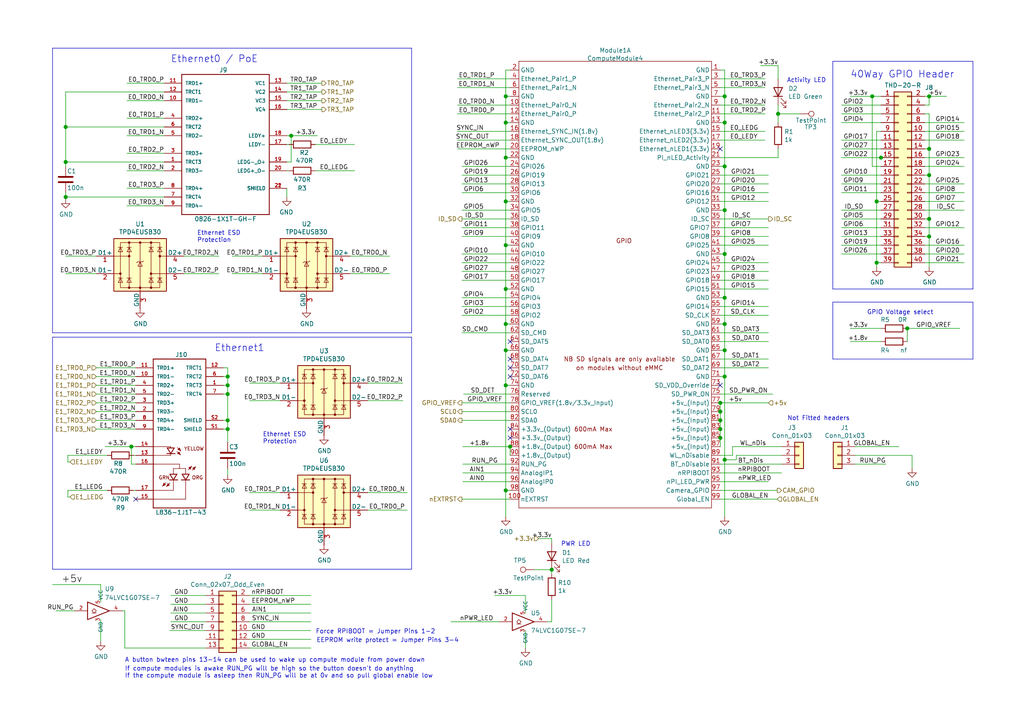
<source format=kicad_sch>
(kicad_sch (version 20201015) (generator eeschema)
  (page 1 10)
  (paper "A4")
  (title_block (title "AP2100v5") (date "2020-10-27") (rev "1") (company "(c) ISis ImageStream Internet Solutions 2020") (comment 1 "www.imagestream.com"))
  (junction (at 19.05 36.83) (diameter 1.016))
  (junction (at 19.05 46.99) (diameter 1.016))
  (junction (at 19.05 57.15) (diameter 1.016))
  (junction (at 38.1 129.54) (diameter 1.016))
  (junction (at 66.04 109.22) (diameter 1.016))
  (junction (at 66.04 111.76) (diameter 1.016))
  (junction (at 66.04 114.3) (diameter 1.016))
  (junction (at 66.04 121.92) (diameter 1.016))
  (junction (at 66.04 124.46) (diameter 1.016))
  (junction (at 84.455 39.37) (diameter 1.016))
  (junction (at 146.685 27.94) (diameter 1.016))
  (junction (at 146.685 35.56) (diameter 1.016))
  (junction (at 146.685 45.72) (diameter 1.016))
  (junction (at 146.685 58.42) (diameter 1.016))
  (junction (at 146.685 71.12) (diameter 1.016))
  (junction (at 146.685 83.82) (diameter 1.016))
  (junction (at 146.685 93.98) (diameter 1.016))
  (junction (at 146.685 101.6) (diameter 1.016))
  (junction (at 146.685 111.76) (diameter 1.016))
  (junction (at 146.685 142.24) (diameter 1.016))
  (junction (at 147.955 129.54) (diameter 1.016))
  (junction (at 160.02 165.227) (diameter 1.016))
  (junction (at 208.915 116.84) (diameter 1.016))
  (junction (at 208.915 119.38) (diameter 1.016))
  (junction (at 208.915 121.92) (diameter 1.016))
  (junction (at 208.915 124.46) (diameter 1.016))
  (junction (at 208.915 127) (diameter 1.016))
  (junction (at 210.185 27.94) (diameter 1.016))
  (junction (at 210.185 35.56) (diameter 1.016))
  (junction (at 210.185 48.26) (diameter 1.016))
  (junction (at 210.185 60.96) (diameter 1.016))
  (junction (at 210.185 73.66) (diameter 1.016))
  (junction (at 210.185 86.36) (diameter 1.016))
  (junction (at 210.185 93.98) (diameter 1.016))
  (junction (at 210.185 101.6) (diameter 1.016))
  (junction (at 210.185 109.22) (diameter 1.016))
  (junction (at 210.185 133.35) (diameter 1.016))
  (junction (at 225.679 33.02) (diameter 1.016))
  (junction (at 252.984 27.94) (diameter 1.016))
  (junction (at 254.254 58.42) (diameter 1.016))
  (junction (at 254.254 76.2) (diameter 1.016))
  (junction (at 255.524 45.72) (diameter 1.016))
  (junction (at 263.144 95.25) (diameter 1.016))
  (junction (at 269.494 27.94) (diameter 1.016))
  (junction (at 269.494 43.18) (diameter 1.016))
  (junction (at 269.494 50.8) (diameter 1.016))
  (junction (at 269.494 63.5) (diameter 1.016))
  (junction (at 269.494 68.58) (diameter 1.016))
  (no_connect (at 208.915 111.76))
  (no_connect (at 147.955 124.46))
  (no_connect (at 147.955 127))
  (no_connect (at 208.915 43.18))
  (no_connect (at 147.955 106.68))
  (no_connect (at 39.37 144.78))
  (no_connect (at 147.955 99.06))
  (no_connect (at 147.955 109.22))
  (no_connect (at 147.955 104.14))
  (wire (pts (xy 15.24 169.545) (xy 29.21 169.545)))
  (wire (pts (xy 16.256 177.165) (xy 21.59 177.165)))
  (wire (pts (xy 19.05 26.67) (xy 19.05 36.83)))
  (wire (pts (xy 19.05 26.67) (xy 47.625 26.67)))
  (wire (pts (xy 19.05 36.83) (xy 19.05 46.99)))
  (wire (pts (xy 19.05 36.83) (xy 47.625 36.83)))
  (wire (pts (xy 19.05 46.99) (xy 19.05 48.26)))
  (wire (pts (xy 19.05 46.99) (xy 47.625 46.99)))
  (wire (pts (xy 19.05 55.88) (xy 19.05 57.15)))
  (wire (pts (xy 19.05 57.15) (xy 19.05 57.785)))
  (wire (pts (xy 19.05 57.15) (xy 47.625 57.15)))
  (wire (pts (xy 19.05 74.295) (xy 27.94 74.295)))
  (wire (pts (xy 19.05 79.375) (xy 27.94 79.375)))
  (wire (pts (xy 19.685 132.08) (xy 31.115 132.08)))
  (wire (pts (xy 19.685 133.985) (xy 19.685 132.08)))
  (wire (pts (xy 19.685 142.24) (xy 31.115 142.24)))
  (wire (pts (xy 19.685 144.145) (xy 19.685 142.24)))
  (wire (pts (xy 20.32 133.985) (xy 19.685 133.985)))
  (wire (pts (xy 20.32 144.145) (xy 19.685 144.145)))
  (wire (pts (xy 27.94 106.68) (xy 39.37 106.68)))
  (wire (pts (xy 27.94 109.22) (xy 39.37 109.22)))
  (wire (pts (xy 27.94 111.76) (xy 39.37 111.76)))
  (wire (pts (xy 27.94 114.3) (xy 39.37 114.3)))
  (wire (pts (xy 27.94 116.84) (xy 39.37 116.84)))
  (wire (pts (xy 27.94 119.38) (xy 39.37 119.38)))
  (wire (pts (xy 27.94 121.92) (xy 39.37 121.92)))
  (wire (pts (xy 27.94 124.46) (xy 39.37 124.46)))
  (wire (pts (xy 29.21 169.545) (xy 29.21 174.625)))
  (wire (pts (xy 29.21 179.705) (xy 29.21 186.055)))
  (wire (pts (xy 30.48 129.54) (xy 38.1 129.54)))
  (wire (pts (xy 35.56 177.165) (xy 36.195 177.165)))
  (wire (pts (xy 36.195 177.165) (xy 36.195 187.96)))
  (wire (pts (xy 36.195 187.96) (xy 59.69 187.96)))
  (wire (pts (xy 36.83 24.13) (xy 47.625 24.13)))
  (wire (pts (xy 36.83 29.21) (xy 47.625 29.21)))
  (wire (pts (xy 36.83 34.29) (xy 47.625 34.29)))
  (wire (pts (xy 36.83 39.37) (xy 47.625 39.37)))
  (wire (pts (xy 36.83 44.45) (xy 47.625 44.45)))
  (wire (pts (xy 36.83 49.53) (xy 47.625 49.53)))
  (wire (pts (xy 36.83 54.61) (xy 47.625 54.61)))
  (wire (pts (xy 36.83 59.69) (xy 47.625 59.69)))
  (wire (pts (xy 38.1 129.54) (xy 39.37 129.54)))
  (wire (pts (xy 38.1 134.62) (xy 38.1 129.54)))
  (wire (pts (xy 38.735 132.08) (xy 39.37 132.08)))
  (wire (pts (xy 38.735 142.24) (xy 39.37 142.24)))
  (wire (pts (xy 39.37 134.62) (xy 38.1 134.62)))
  (wire (pts (xy 49.276 182.88) (xy 59.69 182.88)))
  (wire (pts (xy 49.53 172.72) (xy 59.69 172.72)))
  (wire (pts (xy 49.53 175.26) (xy 59.69 175.26)))
  (wire (pts (xy 49.53 177.8) (xy 59.69 177.8)))
  (wire (pts (xy 49.53 180.34) (xy 59.69 180.34)))
  (wire (pts (xy 53.34 74.295) (xy 63.5 74.295)))
  (wire (pts (xy 53.34 79.375) (xy 63.5 79.375)))
  (wire (pts (xy 64.77 106.68) (xy 66.04 106.68)))
  (wire (pts (xy 64.77 109.22) (xy 66.04 109.22)))
  (wire (pts (xy 64.77 111.76) (xy 66.04 111.76)))
  (wire (pts (xy 64.77 114.3) (xy 66.04 114.3)))
  (wire (pts (xy 64.77 121.92) (xy 66.04 121.92)))
  (wire (pts (xy 64.77 124.46) (xy 66.04 124.46)))
  (wire (pts (xy 66.04 106.68) (xy 66.04 109.22)))
  (wire (pts (xy 66.04 109.22) (xy 66.04 111.76)))
  (wire (pts (xy 66.04 111.76) (xy 66.04 114.3)))
  (wire (pts (xy 66.04 114.3) (xy 66.04 121.92)))
  (wire (pts (xy 66.04 121.92) (xy 66.04 124.46)))
  (wire (pts (xy 66.04 124.46) (xy 66.04 128.27)))
  (wire (pts (xy 66.04 135.89) (xy 66.04 137.795)))
  (wire (pts (xy 67.31 74.295) (xy 76.2 74.295)))
  (wire (pts (xy 72.39 111.125) (xy 81.28 111.125)))
  (wire (pts (xy 72.39 116.205) (xy 81.28 116.205)))
  (wire (pts (xy 72.39 142.875) (xy 81.28 142.875)))
  (wire (pts (xy 72.39 172.72) (xy 90.17 172.72)))
  (wire (pts (xy 72.39 175.26) (xy 90.17 175.26)))
  (wire (pts (xy 72.39 177.8) (xy 90.17 177.8)))
  (wire (pts (xy 72.39 180.34) (xy 90.17 180.34)))
  (wire (pts (xy 72.39 182.88) (xy 90.17 182.88)))
  (wire (pts (xy 72.39 185.42) (xy 90.17 185.42)))
  (wire (pts (xy 72.39 187.96) (xy 90.17 187.96)))
  (wire (pts (xy 76.2 79.375) (xy 67.31 79.375)))
  (wire (pts (xy 81.28 147.955) (xy 72.39 147.955)))
  (wire (pts (xy 83.185 24.13) (xy 93.345 24.13)))
  (wire (pts (xy 83.185 26.67) (xy 93.345 26.67)))
  (wire (pts (xy 83.185 29.21) (xy 93.345 29.21)))
  (wire (pts (xy 83.185 31.75) (xy 93.345 31.75)))
  (wire (pts (xy 83.185 46.99) (xy 84.455 46.99)))
  (wire (pts (xy 83.185 54.61) (xy 83.185 57.15)))
  (wire (pts (xy 83.82 41.91) (xy 83.185 41.91)))
  (wire (pts (xy 83.82 49.53) (xy 83.185 49.53)))
  (wire (pts (xy 84.455 39.37) (xy 83.185 39.37)))
  (wire (pts (xy 84.455 46.99) (xy 84.455 39.37)))
  (wire (pts (xy 92.075 39.37) (xy 84.455 39.37)))
  (wire (pts (xy 101.6 74.295) (xy 113.03 74.295)))
  (wire (pts (xy 101.6 79.375) (xy 113.03 79.375)))
  (wire (pts (xy 102.87 41.91) (xy 91.44 41.91)))
  (wire (pts (xy 102.87 49.53) (xy 91.44 49.53)))
  (wire (pts (xy 106.68 111.125) (xy 116.84 111.125)))
  (wire (pts (xy 106.68 116.205) (xy 116.84 116.205)))
  (wire (pts (xy 106.68 142.875) (xy 118.11 142.875)))
  (wire (pts (xy 106.68 147.955) (xy 118.11 147.955)))
  (wire (pts (xy 130.81 180.34) (xy 144.78 180.34)))
  (wire (pts (xy 132.715 22.86) (xy 147.955 22.86)))
  (wire (pts (xy 132.715 25.4) (xy 147.955 25.4)))
  (wire (pts (xy 132.715 30.48) (xy 147.955 30.48)))
  (wire (pts (xy 132.715 33.02) (xy 147.955 33.02)))
  (wire (pts (xy 132.715 38.1) (xy 147.955 38.1)))
  (wire (pts (xy 132.715 40.64) (xy 147.955 40.64)))
  (wire (pts (xy 132.715 43.18) (xy 147.955 43.18)))
  (wire (pts (xy 133.985 48.26) (xy 147.955 48.26)))
  (wire (pts (xy 133.985 50.8) (xy 147.955 50.8)))
  (wire (pts (xy 133.985 53.34) (xy 147.955 53.34)))
  (wire (pts (xy 133.985 55.88) (xy 147.955 55.88)))
  (wire (pts (xy 133.985 60.96) (xy 147.955 60.96)))
  (wire (pts (xy 133.985 63.5) (xy 147.955 63.5)))
  (wire (pts (xy 133.985 66.04) (xy 147.955 66.04)))
  (wire (pts (xy 133.985 68.58) (xy 147.955 68.58)))
  (wire (pts (xy 133.985 73.66) (xy 147.955 73.66)))
  (wire (pts (xy 133.985 76.2) (xy 147.955 76.2)))
  (wire (pts (xy 133.985 78.74) (xy 147.955 78.74)))
  (wire (pts (xy 133.985 81.28) (xy 147.955 81.28)))
  (wire (pts (xy 133.985 86.36) (xy 147.955 86.36)))
  (wire (pts (xy 133.985 88.9) (xy 147.955 88.9)))
  (wire (pts (xy 133.985 91.44) (xy 147.955 91.44)))
  (wire (pts (xy 133.985 96.52) (xy 147.955 96.52)))
  (wire (pts (xy 133.985 116.84) (xy 147.955 116.84)))
  (wire (pts (xy 133.985 119.38) (xy 147.955 119.38)))
  (wire (pts (xy 133.985 121.92) (xy 147.955 121.92)))
  (wire (pts (xy 133.985 144.78) (xy 147.955 144.78)))
  (wire (pts (xy 134.239 129.54) (xy 147.955 129.54)))
  (wire (pts (xy 134.239 134.62) (xy 147.955 134.62)))
  (wire (pts (xy 134.239 137.16) (xy 147.955 137.16)))
  (wire (pts (xy 134.239 139.7) (xy 147.955 139.7)))
  (wire (pts (xy 134.4422 114.3) (xy 147.955 114.3)))
  (wire (pts (xy 146.685 20.32) (xy 146.685 27.94)))
  (wire (pts (xy 146.685 27.94) (xy 146.685 35.56)))
  (wire (pts (xy 146.685 35.56) (xy 146.685 45.72)))
  (wire (pts (xy 146.685 45.72) (xy 146.685 58.42)))
  (wire (pts (xy 146.685 45.72) (xy 147.955 45.72)))
  (wire (pts (xy 146.685 58.42) (xy 146.685 71.12)))
  (wire (pts (xy 146.685 58.42) (xy 147.955 58.42)))
  (wire (pts (xy 146.685 71.12) (xy 146.685 83.82)))
  (wire (pts (xy 146.685 71.12) (xy 147.955 71.12)))
  (wire (pts (xy 146.685 83.82) (xy 146.685 93.98)))
  (wire (pts (xy 146.685 83.82) (xy 147.955 83.82)))
  (wire (pts (xy 146.685 93.98) (xy 146.685 101.6)))
  (wire (pts (xy 146.685 93.98) (xy 147.955 93.98)))
  (wire (pts (xy 146.685 101.6) (xy 146.685 111.76)))
  (wire (pts (xy 146.685 101.6) (xy 147.955 101.6)))
  (wire (pts (xy 146.685 111.76) (xy 146.685 142.24)))
  (wire (pts (xy 146.685 111.76) (xy 147.955 111.76)))
  (wire (pts (xy 146.685 142.24) (xy 146.685 149.86)))
  (wire (pts (xy 147.955 20.32) (xy 146.685 20.32)))
  (wire (pts (xy 147.955 27.94) (xy 146.685 27.94)))
  (wire (pts (xy 147.955 35.56) (xy 146.685 35.56)))
  (wire (pts (xy 147.955 129.54) (xy 148.209 129.54)))
  (wire (pts (xy 147.955 132.08) (xy 147.955 129.54)))
  (wire (pts (xy 147.955 142.24) (xy 146.685 142.24)))
  (wire (pts (xy 152.4 172.72) (xy 143.51 172.72)))
  (wire (pts (xy 152.4 177.8) (xy 152.4 172.72)))
  (wire (pts (xy 152.4 182.88) (xy 152.4 187.96)))
  (wire (pts (xy 155.0162 165.227) (xy 160.02 165.227)))
  (wire (pts (xy 160.02 156.21) (xy 156.21 156.21)))
  (wire (pts (xy 160.02 157.48) (xy 160.02 156.21)))
  (wire (pts (xy 160.02 165.1) (xy 160.02 165.227)))
  (wire (pts (xy 160.02 165.227) (xy 160.02 166.37)))
  (wire (pts (xy 160.02 173.99) (xy 160.02 180.34)))
  (wire (pts (xy 160.02 180.34) (xy 158.75 180.34)))
  (wire (pts (xy 208.915 20.32) (xy 210.185 20.32)))
  (wire (pts (xy 208.915 22.86) (xy 221.869 22.86)))
  (wire (pts (xy 208.915 25.4) (xy 221.869 25.4)))
  (wire (pts (xy 208.915 27.94) (xy 210.185 27.94)))
  (wire (pts (xy 208.915 30.48) (xy 221.869 30.48)))
  (wire (pts (xy 208.915 33.02) (xy 221.869 33.02)))
  (wire (pts (xy 208.915 35.56) (xy 210.185 35.56)))
  (wire (pts (xy 208.915 38.1) (xy 221.869 38.1)))
  (wire (pts (xy 208.915 40.64) (xy 221.869 40.64)))
  (wire (pts (xy 208.915 45.72) (xy 225.679 45.72)))
  (wire (pts (xy 208.915 48.26) (xy 210.185 48.26)))
  (wire (pts (xy 208.915 50.8) (xy 222.885 50.8)))
  (wire (pts (xy 208.915 53.34) (xy 222.885 53.34)))
  (wire (pts (xy 208.915 55.88) (xy 222.885 55.88)))
  (wire (pts (xy 208.915 58.42) (xy 222.885 58.42)))
  (wire (pts (xy 208.915 60.96) (xy 210.185 60.96)))
  (wire (pts (xy 208.915 63.5) (xy 222.885 63.5)))
  (wire (pts (xy 208.915 66.04) (xy 222.885 66.04)))
  (wire (pts (xy 208.915 68.58) (xy 222.885 68.58)))
  (wire (pts (xy 208.915 71.12) (xy 222.885 71.12)))
  (wire (pts (xy 208.915 73.66) (xy 210.185 73.66)))
  (wire (pts (xy 208.915 76.2) (xy 222.885 76.2)))
  (wire (pts (xy 208.915 78.74) (xy 222.885 78.74)))
  (wire (pts (xy 208.915 81.28) (xy 222.885 81.28)))
  (wire (pts (xy 208.915 83.82) (xy 222.885 83.82)))
  (wire (pts (xy 208.915 86.36) (xy 210.185 86.36)))
  (wire (pts (xy 208.915 88.9) (xy 222.885 88.9)))
  (wire (pts (xy 208.915 93.98) (xy 210.185 93.98)))
  (wire (pts (xy 208.915 99.06) (xy 222.885 99.06)))
  (wire (pts (xy 208.915 101.6) (xy 210.185 101.6)))
  (wire (pts (xy 208.915 106.68) (xy 222.885 106.68)))
  (wire (pts (xy 208.915 109.22) (xy 210.185 109.22)))
  (wire (pts (xy 208.915 114.3) (xy 224.155 114.3)))
  (wire (pts (xy 208.915 116.84) (xy 208.915 119.38)))
  (wire (pts (xy 208.915 116.84) (xy 222.885 116.84)))
  (wire (pts (xy 208.915 119.38) (xy 208.915 121.92)))
  (wire (pts (xy 208.915 121.92) (xy 208.915 124.46)))
  (wire (pts (xy 208.915 124.46) (xy 208.915 127)))
  (wire (pts (xy 208.915 127) (xy 208.915 129.54)))
  (wire (pts (xy 208.915 132.08) (xy 212.471 132.08)))
  (wire (pts (xy 208.915 134.62) (xy 226.695 134.62)))
  (wire (pts (xy 208.915 137.16) (xy 226.695 137.16)))
  (wire (pts (xy 208.915 139.7) (xy 222.885 139.7)))
  (wire (pts (xy 208.915 142.24) (xy 225.425 142.24)))
  (wire (pts (xy 208.915 144.78) (xy 225.425 144.78)))
  (wire (pts (xy 210.185 20.32) (xy 210.185 27.94)))
  (wire (pts (xy 210.185 27.94) (xy 210.185 35.56)))
  (wire (pts (xy 210.185 35.56) (xy 210.185 48.26)))
  (wire (pts (xy 210.185 48.26) (xy 210.185 60.96)))
  (wire (pts (xy 210.185 60.96) (xy 210.185 73.66)))
  (wire (pts (xy 210.185 73.66) (xy 210.185 86.36)))
  (wire (pts (xy 210.185 86.36) (xy 210.185 93.98)))
  (wire (pts (xy 210.185 93.98) (xy 210.185 101.6)))
  (wire (pts (xy 210.185 101.6) (xy 210.185 109.22)))
  (wire (pts (xy 210.185 109.22) (xy 210.185 133.35)))
  (wire (pts (xy 210.185 133.35) (xy 210.185 149.86)))
  (wire (pts (xy 210.185 133.35) (xy 213.5632 133.35)))
  (wire (pts (xy 212.471 129.54) (xy 226.695 129.54)))
  (wire (pts (xy 212.471 132.08) (xy 212.471 129.54)))
  (wire (pts (xy 213.5632 132.08) (xy 226.695 132.08)))
  (wire (pts (xy 213.5632 133.35) (xy 213.5632 132.08)))
  (wire (pts (xy 220.599 19.05) (xy 225.679 19.05)))
  (wire (pts (xy 222.885 91.44) (xy 208.915 91.44)))
  (wire (pts (xy 222.885 96.52) (xy 208.915 96.52)))
  (wire (pts (xy 222.885 104.14) (xy 208.915 104.14)))
  (wire (pts (xy 225.679 22.86) (xy 225.679 19.05)))
  (wire (pts (xy 225.679 33.02) (xy 225.679 30.48)))
  (wire (pts (xy 225.679 35.56) (xy 225.679 33.02)))
  (wire (pts (xy 225.679 45.72) (xy 225.679 43.18)))
  (wire (pts (xy 232.029 33.02) (xy 225.679 33.02)))
  (wire (pts (xy 244.094 30.48) (xy 255.524 30.48)))
  (wire (pts (xy 244.094 33.02) (xy 255.524 33.02)))
  (wire (pts (xy 244.094 35.56) (xy 255.524 35.56)))
  (wire (pts (xy 244.094 40.64) (xy 255.524 40.64)))
  (wire (pts (xy 244.094 43.18) (xy 255.524 43.18)))
  (wire (pts (xy 244.094 45.72) (xy 255.524 45.72)))
  (wire (pts (xy 244.094 50.8) (xy 255.524 50.8)))
  (wire (pts (xy 244.094 53.34) (xy 255.524 53.34)))
  (wire (pts (xy 244.094 55.88) (xy 255.524 55.88)))
  (wire (pts (xy 244.094 60.96) (xy 255.524 60.96)))
  (wire (pts (xy 244.094 63.5) (xy 255.524 63.5)))
  (wire (pts (xy 244.094 66.04) (xy 255.524 66.04)))
  (wire (pts (xy 244.094 68.58) (xy 255.524 68.58)))
  (wire (pts (xy 244.094 71.12) (xy 255.524 71.12)))
  (wire (pts (xy 244.094 73.66) (xy 255.524 73.66)))
  (wire (pts (xy 246.634 27.94) (xy 252.984 27.94)))
  (wire (pts (xy 246.634 95.25) (xy 255.524 95.25)))
  (wire (pts (xy 246.634 99.06) (xy 255.524 99.06)))
  (wire (pts (xy 248.031 129.54) (xy 260.731 129.54)))
  (wire (pts (xy 248.031 132.08) (xy 264.541 132.08)))
  (wire (pts (xy 248.031 134.62) (xy 256.921 134.62)))
  (wire (pts (xy 252.984 27.94) (xy 252.984 48.26)))
  (wire (pts (xy 252.984 48.26) (xy 255.524 48.26)))
  (wire (pts (xy 254.254 38.1) (xy 254.254 58.42)))
  (wire (pts (xy 254.254 58.42) (xy 254.254 76.2)))
  (wire (pts (xy 254.254 58.42) (xy 255.524 58.42)))
  (wire (pts (xy 254.254 76.2) (xy 254.254 77.47)))
  (wire (pts (xy 254.254 76.2) (xy 255.524 76.2)))
  (wire (pts (xy 255.524 27.94) (xy 252.984 27.94)))
  (wire (pts (xy 255.524 38.1) (xy 254.254 38.1)))
  (wire (pts (xy 258.064 45.72) (xy 255.524 45.72)))
  (wire (pts (xy 263.144 95.25) (xy 263.144 99.06)))
  (wire (pts (xy 263.144 95.25) (xy 278.384 95.25)))
  (wire (pts (xy 264.541 132.08) (xy 264.541 135.89)))
  (wire (pts (xy 268.224 27.94) (xy 269.494 27.94)))
  (wire (pts (xy 268.224 30.48) (xy 269.494 30.48)))
  (wire (pts (xy 268.224 33.02) (xy 269.494 33.02)))
  (wire (pts (xy 268.224 35.56) (xy 279.654 35.56)))
  (wire (pts (xy 268.224 38.1) (xy 279.654 38.1)))
  (wire (pts (xy 268.224 40.64) (xy 279.654 40.64)))
  (wire (pts (xy 268.224 45.72) (xy 279.654 45.72)))
  (wire (pts (xy 268.224 48.26) (xy 279.654 48.26)))
  (wire (pts (xy 268.224 53.34) (xy 279.654 53.34)))
  (wire (pts (xy 268.224 55.88) (xy 279.654 55.88)))
  (wire (pts (xy 268.224 58.42) (xy 279.654 58.42)))
  (wire (pts (xy 268.224 60.96) (xy 279.654 60.96)))
  (wire (pts (xy 268.224 63.5) (xy 269.494 63.5)))
  (wire (pts (xy 268.224 66.04) (xy 279.654 66.04)))
  (wire (pts (xy 268.224 68.58) (xy 269.494 68.58)))
  (wire (pts (xy 268.224 71.12) (xy 279.654 71.12)))
  (wire (pts (xy 268.224 73.66) (xy 279.654 73.66)))
  (wire (pts (xy 268.224 76.2) (xy 279.654 76.2)))
  (wire (pts (xy 269.494 27.94) (xy 274.574 27.94)))
  (wire (pts (xy 269.494 30.48) (xy 269.494 27.94)))
  (wire (pts (xy 269.494 33.02) (xy 269.494 43.18)))
  (wire (pts (xy 269.494 43.18) (xy 268.224 43.18)))
  (wire (pts (xy 269.494 43.18) (xy 269.494 50.8)))
  (wire (pts (xy 269.494 50.8) (xy 268.224 50.8)))
  (wire (pts (xy 269.494 63.5) (xy 269.494 50.8)))
  (wire (pts (xy 269.494 68.58) (xy 269.494 63.5)))
  (wire (pts (xy 269.494 68.58) (xy 269.494 77.47)))
  (polyline (pts (xy 15.24 13.97) (xy 119.38 13.97)) (stroke (width 0) (type solid)))
  (polyline (pts (xy 15.24 96.52) (xy 15.24 13.97)) (stroke (width 0) (type solid)))
  (polyline (pts (xy 15.24 97.79) (xy 119.38 97.79)) (stroke (width 0) (type solid)))
  (polyline (pts (xy 15.24 165.1) (xy 15.24 97.79)) (stroke (width 0) (type solid)))
  (polyline (pts (xy 119.38 13.97) (xy 119.38 96.52)) (stroke (width 0) (type solid)))
  (polyline (pts (xy 119.38 96.52) (xy 15.24 96.52)) (stroke (width 0) (type solid)))
  (polyline (pts (xy 119.38 97.79) (xy 119.38 165.1)) (stroke (width 0) (type solid)))
  (polyline (pts (xy 119.38 165.1) (xy 15.24 165.1)) (stroke (width 0) (type solid)))
  (polyline (pts (xy 241.554 17.78) (xy 241.554 83.82)) (stroke (width 0) (type solid)))
  (polyline (pts (xy 241.554 83.82) (xy 282.194 83.82)) (stroke (width 0) (type solid)))
  (polyline (pts (xy 241.554 104.14) (xy 241.554 87.63)) (stroke (width 0) (type solid)))
  (polyline (pts (xy 241.554 104.14) (xy 242.824 104.14)) (stroke (width 0) (type solid)))
  (polyline (pts (xy 242.824 87.63) (xy 241.554 87.63)) (stroke (width 0) (type solid)))
  (polyline (pts (xy 242.824 87.63) (xy 282.194 87.63)) (stroke (width 0) (type solid)))
  (polyline (pts (xy 282.194 17.78) (xy 241.554 17.78)) (stroke (width 0) (type solid)))
  (polyline (pts (xy 282.194 17.78) (xy 282.194 83.82)) (stroke (width 0) (type solid)))
  (polyline (pts (xy 282.194 87.63) (xy 282.194 104.14)) (stroke (width 0) (type solid)))
  (polyline (pts (xy 282.194 104.14) (xy 242.824 104.14)) (stroke (width 0) (type solid)))
  (text "A button bwteen pins 13-14 can be used to wake up compute module from power down	\n\n" (at 36.195 194.31 0) (effects (font (size 1.27 1.27)) (justify left bottom)))
  (text "If compute modules is awake RUN_PG will be high so the button doesn't do anything\nIf the compute module is asleep then RUN_PG will be at 0v and so pull global enable low" (at 36.195 196.85 0) (effects (font (size 1.27 1.27)) (justify left bottom)))
  (text "Ethernet0 / PoE" (at 49.53 18.415 0) (effects (font (size 2.0066 2.0066)) (justify left bottom)))
  (text "Ethernet ESD\nProtection" (at 57.15 70.485 0) (effects (font (size 1.27 1.27)) (justify left bottom)))
  (text "Ethernet1" (at 62.23 102.235 0) (effects (font (size 2.0066 2.0066)) (justify left bottom)))
  (text "Ethernet ESD\nProtection" (at 76.2 128.905 0) (effects (font (size 1.27 1.27)) (justify left bottom)))
  (text "Force RPIBOOT = Jumper Pins 1-2 \n" (at 127.254 184.023 180) (effects (font (size 1.27 1.27)) (justify right bottom)))
  (text "EEPROM write protect = Jumper Pins 3-4\n\n" (at 133.096 188.595 180) (effects (font (size 1.27 1.27)) (justify right bottom)))
  (text "PWR LED" (at 162.687 158.623 0) (effects (font (size 1.27 1.27)) (justify left bottom)))
  (text "Activity LED" (at 228.219 24.13 0) (effects (font (size 1.27 1.27)) (justify left bottom)))
  (text "Not Fitted headers" (at 246.507 122.174 180) (effects (font (size 1.27 1.27)) (justify right bottom)))
  (text "40Way GPIO Header" (at 246.634 22.86 0) (effects (font (size 2.007 2.007)) (justify left bottom)))
  (text "GPIO Voltage select\n" (at 270.764 91.44 180) (effects (font (size 1.27 1.27)) (justify right bottom)))
  (label "+5v" (at 17.78 169.545 0) (effects (font (size 2.0066 2.0066))))
  (label "RUN_PG" (at 21.336 177.165 180))
  (label "E0_TRD3_P" (at 27.94 74.295 180))
  (label "E0_TRD3_N" (at 27.94 79.375 180))
  (label "E1_LEDY" (at 29.845 132.08 180))
  (label "E1_LEDG" (at 29.845 142.24 180))
  (label "+3.3v" (at 36.83 129.54 180))
  (label "E1_TRD0_P" (at 39.37 106.68 180))
  (label "E1_TRD0_N" (at 39.37 109.22 180))
  (label "E1_TRD1_P" (at 39.37 111.76 180))
  (label "E1_TRD1_N" (at 39.37 114.3 180))
  (label "E1_TRD2_P" (at 39.37 116.84 180))
  (label "E1_TRD2_N" (at 39.37 119.38 180))
  (label "E1_TRD3_P" (at 39.37 121.92 180))
  (label "E1_TRD3_N" (at 39.37 124.46 180))
  (label "E0_TRD0_P" (at 47.625 24.13 180))
  (label "E0_TRD0_N" (at 47.625 29.21 180))
  (label "E0_TRD1_P" (at 47.625 34.29 180))
  (label "E0_TRD1_N" (at 47.625 39.37 180))
  (label "E0_TRD2_P" (at 47.625 44.45 180))
  (label "E0_TRD2_N" (at 47.625 49.53 180))
  (label "E0_TRD3_P" (at 47.625 54.61 180))
  (label "E0_TRD3_N" (at 47.625 59.69 180))
  (label "GND" (at 54.61 172.72 180))
  (label "GND" (at 54.61 175.26 180))
  (label "AIN0" (at 54.61 177.8 180))
  (label "GND" (at 54.61 180.34 180))
  (label "SYNC_OUT" (at 59.182 182.88 180))
  (label "E0_TRD2_N" (at 63.5 74.295 180))
  (label "E0_TRD2_P" (at 63.5 79.375 180))
  (label "E0_TRD1_P" (at 76.2 74.295 180))
  (label "E0_TRD1_N" (at 76.2 79.375 180))
  (label "GND" (at 76.962 182.88 180))
  (label "GND" (at 76.962 185.42 180))
  (label "AIN1" (at 77.47 177.8 180))
  (label "SYNC_IN" (at 81.026 180.34 180))
  (label "E0_TRD3_P" (at 81.28 111.125 180))
  (label "E0_TRD3_N" (at 81.28 116.205 180))
  (label "E0_TRD1_P" (at 81.28 142.875 180))
  (label "E0_TRD1_N" (at 81.28 147.955 180))
  (label "nRPIBOOT" (at 82.296 172.72 180))
  (label "GLOBAL_EN" (at 83.566 187.96 180))
  (label "EEPROM_nWP" (at 85.598 175.26 180))
  (label "+3.3v" (at 85.725 39.37 0))
  (label "TR0_TAP" (at 92.075 24.13 180))
  (label "TR1_TAP" (at 92.075 26.67 180))
  (label "TR2_TAP" (at 92.075 29.21 180))
  (label "TR3_TAP" (at 92.075 31.75 180))
  (label "E0_LEDY" (at 92.71 41.91 0))
  (label "E0_LEDG" (at 92.71 49.53 0))
  (label "E0_TRD0_N" (at 112.395 74.295 180))
  (label "E0_TRD0_P" (at 112.395 79.375 180))
  (label "E0_TRD2_N" (at 116.84 111.125 180))
  (label "E0_TRD2_P" (at 116.84 116.205 180))
  (label "E0_TRD0_N" (at 117.475 142.875 180))
  (label "E0_TRD0_P" (at 117.475 147.955 180))
  (label "nPWR_LED" (at 133.35 180.34 0))
  (label "GPIO_VREF" (at 135.509 116.84 0))
  (label "SYNC_IN" (at 140.335 38.1 180))
  (label "GPIO6" (at 140.335 55.88 180))
  (label "GPIO5" (at 140.335 60.96 180))
  (label "ID_SD" (at 140.335 63.5 180))
  (label "GPIO9" (at 140.335 68.58 180))
  (label "GPIO4" (at 140.335 86.36 180))
  (label "GPIO3" (at 140.335 88.9 180))
  (label "GPIO2" (at 140.335 91.44 180))
  (label "AIN1" (at 140.589 137.16 180))
  (label "AIN0" (at 140.589 139.7 180))
  (label "GPIO26" (at 141.605 48.26 180))
  (label "GPIO19" (at 141.605 50.8 180))
  (label "GPIO13" (at 141.605 53.34 180))
  (label "GPIO11" (at 141.605 66.04 180))
  (label "GPIO10" (at 141.605 73.66 180))
  (label "GPIO22" (at 141.605 76.2 180))
  (label "GPIO27" (at 141.605 78.74 180))
  (label "GPIO17" (at 141.605 81.28 180))
  (label "SD_CMD" (at 141.605 96.52 180))
  (label "SYNC_OUT" (at 141.859 40.64 180))
  (label "+1.8v" (at 141.859 129.54 180))
  (label "E0_TRD1_P" (at 143.51 22.86 180))
  (label "E0_TRD1_N" (at 143.51 25.4 180))
  (label "E0_TRD0_N" (at 143.51 30.48 180))
  (label "E0_TRD0_P" (at 143.51 33.02 180))
  (label "SD_DET" (at 143.51 114.3 180))
  (label "RUN_PG" (at 144.399 134.62 180))
  (label "EEPROM_nWP" (at 144.907 43.18 180))
  (label "+3.3v" (at 148.59 172.72 180))
  (label "+3.3v" (at 160.02 156.21 180))
  (label "SD_PWR_ON" (at 211.455 114.3 0))
  (label "E0_TRD3_P" (at 211.709 22.86 0))
  (label "E0_TRD3_N" (at 211.709 25.4 0))
  (label "E0_TRD2_N" (at 211.709 30.48 0))
  (label "E0_TRD2_P" (at 211.709 33.02 0))
  (label "E0_LEDG" (at 211.709 38.1 0))
  (label "E0_LEDY" (at 211.709 40.64 0))
  (label "nPWR_LED" (at 213.995 139.7 0))
  (label "+5v" (at 215.265 116.84 180))
  (label "ID_SC" (at 217.805 63.5 180))
  (label "GPIO7" (at 217.805 66.04 180))
  (label "GPIO8" (at 217.805 68.58 180))
  (label "GPIO21" (at 219.075 50.8 180))
  (label "GPIO20" (at 219.075 53.34 180))
  (label "GPIO16" (at 219.075 55.88 180))
  (label "GPIO12" (at 219.075 58.42 180))
  (label "GPIO25" (at 219.075 71.12 180))
  (label "GPIO24" (at 219.075 76.2 180))
  (label "GPIO23" (at 219.075 78.74 180))
  (label "GPIO18" (at 219.075 81.28 180))
  (label "GPIO15" (at 219.075 83.82 180))
  (label "GPIO14" (at 219.075 88.9 180))
  (label "SD_CLK" (at 219.075 91.44 180))
  (label "SD_DAT3" (at 220.345 96.52 180))
  (label "SD_DAT0" (at 220.345 99.06 180))
  (label "SD_DAT1" (at 220.345 104.14 180))
  (label "SD_DAT2" (at 220.345 106.68 180))
  (label "BT_nDis" (at 221.4626 134.62 180))
  (label "WL_nDis" (at 222.25 129.54 180))
  (label "GLOBAL_EN" (at 222.885 144.78 180))
  (label "nRPIBOOT" (at 223.3422 137.16 180))
  (label "+3.3v" (at 225.679 19.05 180))
  (label "GPIO2" (at 250.444 30.48 180))
  (label "GPIO3" (at 250.444 33.02 180))
  (label "GPIO4" (at 250.444 35.56 180))
  (label "GPIO9" (at 250.444 53.34 180))
  (label "ID_SD" (at 250.444 60.96 180))
  (label "GPIO5" (at 250.444 63.5 180))
  (label "GPIO6" (at 250.444 66.04 180))
  (label "+3.3v" (at 251.714 27.94 180))
  (label "GPIO17" (at 251.714 40.64 180))
  (label "GPIO27" (at 251.714 43.18 180))
  (label "GPIO22" (at 251.714 45.72 180))
  (label "GPIO10" (at 251.714 50.8 180))
  (label "GPIO11" (at 251.714 55.88 180))
  (label "GPIO13" (at 251.714 68.58 180))
  (label "GPIO19" (at 251.714 71.12 180))
  (label "GPIO26" (at 251.714 73.66 180))
  (label "+3.3v" (at 251.714 95.25 180))
  (label "+1.8v" (at 251.714 99.06 180))
  (label "RUN_PG" (at 256.921 134.62 180))
  (label "GLOBAL_EN" (at 258.191 129.54 180))
  (label "GPIO_VREF" (at 265.684 95.25 0))
  (label "+5v" (at 273.304 27.94 180))
  (label "GPIO8" (at 277.114 55.88 180))
  (label "GPIO7" (at 277.114 58.42 180))
  (label "ID_SC" (at 277.114 60.96 180))
  (label "GPIO14" (at 278.384 35.56 180))
  (label "GPIO15" (at 278.384 38.1 180))
  (label "GPIO18" (at 278.384 40.64 180))
  (label "GPIO23" (at 278.384 45.72 180))
  (label "GPIO24" (at 278.384 48.26 180))
  (label "GPIO25" (at 278.384 53.34 180))
  (label "GPIO12" (at 278.384 66.04 180))
  (label "GPIO16" (at 278.384 71.12 180))
  (label "GPIO20" (at 278.384 73.66 180))
  (label "GPIO21" (at 278.384 76.2 180))
  (hierarchical_label "E1_LEDY" (shape input) (at 20.32 133.985 0))
  (hierarchical_label "E1_LEDG" (shape input) (at 20.32 144.145 0))
  (hierarchical_label "E1_TRD0_P" (shape input) (at 27.94 106.68 180))
  (hierarchical_label "E1_TRD0_N" (shape input) (at 27.94 109.22 180))
  (hierarchical_label "E1_TRD1_P" (shape input) (at 27.94 111.76 180))
  (hierarchical_label "E1_TRD1_N" (shape input) (at 27.94 114.3 180))
  (hierarchical_label "E1_TRD2_P" (shape input) (at 27.94 116.84 180))
  (hierarchical_label "E1_TRD2_N" (shape input) (at 27.94 119.38 180))
  (hierarchical_label "E1_TRD3_P" (shape input) (at 27.94 121.92 180))
  (hierarchical_label "E1_TRD3_N" (shape input) (at 27.94 124.46 180))
  (hierarchical_label "TR0_TAP" (shape output) (at 93.345 24.13 0))
  (hierarchical_label "TR1_TAP" (shape output) (at 93.345 26.67 0))
  (hierarchical_label "TR2_TAP" (shape output) (at 93.345 29.21 0))
  (hierarchical_label "TR3_TAP" (shape output) (at 93.345 31.75 0))
  (hierarchical_label "ID_SD" (shape output) (at 133.985 63.5 180))
  (hierarchical_label "GPIO_VREF" (shape output) (at 133.985 116.84 180))
  (hierarchical_label "SCL0" (shape output) (at 133.985 119.38 180))
  (hierarchical_label "SDA0" (shape output) (at 133.985 121.92 180))
  (hierarchical_label "nEXTRST" (shape output) (at 133.985 144.78 180))
  (hierarchical_label "+3.3v" (shape input) (at 156.21 156.21 180))
  (hierarchical_label "ID_SC" (shape output) (at 222.885 63.5 0))
  (hierarchical_label "+5v" (shape input) (at 222.885 116.84 0))
  (hierarchical_label "CAM_GPIO" (shape output) (at 225.425 142.24 0))
  (hierarchical_label "GLOBAL_EN" (shape input) (at 225.425 144.78 0))
  (symbol (lib_id "Connector:TestPoint") (at 155.0162 165.227 90) (unit 1)
    (property "Reference" "TP5" (at 152.654 162.56 90) (effects (justify left)))
    (property "Value" "TestPoint" (at 157.734 167.64 90) (effects (justify left)))
    (property "Footprint" "TestPoint:TestPoint_Pad_2.0x2.0mm" (effects hide))
    (property "Field4" "nf" (effects hide))
    (property "Field5" "nf" (effects hide))
    (property "Field6" "nf" (effects hide))
    (property "Field7" "nf" (effects hide))
  )
  (symbol (lib_id "Connector:TestPoint") (at 232.029 33.02 270) (unit 1)
    (property "Reference" "TP3" (at 233.299 36.83 90) (effects (justify left)))
    (property "Value" "TestPoint" (at 230.759 34.925 90) (effects (justify left)))
    (property "Footprint" "TestPoint:TestPoint_Pad_2.0x2.0mm" (effects hide))
    (property "Field4" "nf" (effects hide))
    (property "Field5" "nf" (effects hide))
    (property "Field6" "nf" (effects hide))
    (property "Field7" "nf" (effects hide))
  )
  (symbol (lib_id "power:GND") (at 19.05 57.785 0) (unit 1)
    (property "Reference" "#PWR0107" (effects hide))
    (property "Value" "GND" (at 19.177 62.1792 0))
  )
  (symbol (lib_id "power:GND") (at 29.21 186.055 0) (unit 1)
    (property "Reference" "#PWR027" (effects hide))
    (property "Value" "GND" (at 29.337 190.4492 0))
  )
  (symbol (lib_id "power:GND") (at 40.64 89.535 0) (unit 1)
    (property "Reference" "#PWR0109" (effects hide))
    (property "Value" "GND" (at 40.767 93.9292 0))
  )
  (symbol (lib_id "power:GND") (at 66.04 137.795 0) (unit 1)
    (property "Reference" "#PWR0111" (effects hide))
    (property "Value" "GND" (at 66.167 142.1892 0))
  )
  (symbol (lib_id "power:GND") (at 83.185 57.15 0) (mirror y) (unit 1)
    (property "Reference" "#PWR0108" (effects hide))
    (property "Value" "GND" (at 83.058 61.5442 0))
  )
  (symbol (lib_id "power:GND") (at 88.9 89.535 0) (unit 1)
    (property "Reference" "#PWR0110" (effects hide))
    (property "Value" "GND" (at 89.027 93.9292 0))
  )
  (symbol (lib_id "power:GND") (at 93.98 126.365 0) (unit 1)
    (property "Reference" "#PWR0114" (effects hide))
    (property "Value" "GND" (at 94.107 130.7592 0))
  )
  (symbol (lib_id "power:GND") (at 93.98 158.115 0) (unit 1)
    (property "Reference" "#PWR0113" (effects hide))
    (property "Value" "GND" (at 94.107 162.5092 0))
  )
  (symbol (lib_id "power:GND") (at 146.685 149.86 0) (unit 1)
    (property "Reference" "#PWR0104" (effects hide))
    (property "Value" "GND" (at 146.812 154.2542 0))
  )
  (symbol (lib_id "power:GND") (at 152.4 187.96 0) (unit 1)
    (property "Reference" "#PWR05" (effects hide))
    (property "Value" "GND" (at 152.527 192.3542 0))
  )
  (symbol (lib_id "power:GND") (at 210.185 149.86 0) (unit 1)
    (property "Reference" "#PWR0105" (effects hide))
    (property "Value" "GND" (at 210.312 154.2542 0))
  )
  (symbol (lib_id "power:GND") (at 254.254 77.47 0) (unit 1)
    (property "Reference" "#PWR0103" (effects hide))
    (property "Value" "GND" (at 254.381 81.8642 0))
  )
  (symbol (lib_id "power:GND") (at 264.541 135.89 0) (unit 1)
    (property "Reference" "#PWR0106" (effects hide))
    (property "Value" "GND" (at 264.668 140.2842 0))
  )
  (symbol (lib_id "power:GND") (at 269.494 77.47 0) (unit 1)
    (property "Reference" "#PWR0102" (effects hide))
    (property "Value" "GND" (at 269.621 81.8642 0))
  )
  (symbol (lib_id "Device:R") (at 34.925 132.08 270) (unit 1)
    (property "Reference" "R8" (at 34.29 134.4422 90))
    (property "Value" "470R" (at 34.29 136.7536 90))
    (property "Footprint" "Resistor_SMD:R_0402_1005Metric" (effects hide))
    (property "Datasheet" "https://fscdn.rohm.com/en/products/databook/datasheet/passive/resistor/chip_resistor/mcr-e.pdf" (effects hide))
    (property "Field4" "Farnell" (effects hide))
    (property "Field5" "9239197" (effects hide))
    (property "Field7" "KOA EUROPE GMBH" (effects hide))
    (property "Field6" "RK73G1ETQTP4700D         " (effects hide))
    (property "Field8" "120887981" (effects hide))
    (property "Part Description" "Resistor 470R M1005 1% 63mW" (effects hide))
  )
  (symbol (lib_id "Device:R") (at 34.925 142.24 270) (unit 1)
    (property "Reference" "R9" (at 34.925 147.32 90))
    (property "Value" "470R" (at 34.925 144.78 90))
    (property "Footprint" "Resistor_SMD:R_0402_1005Metric" (effects hide))
    (property "Datasheet" "https://fscdn.rohm.com/en/products/databook/datasheet/passive/resistor/chip_resistor/mcr-e.pdf" (effects hide))
    (property "Field4" "Farnell" (effects hide))
    (property "Field5" "9239197" (effects hide))
    (property "Field7" "KOA EUROPE GMBH" (effects hide))
    (property "Field6" "RK73G1ETQTP4700D         " (effects hide))
    (property "Field8" "120887981" (effects hide))
    (property "Part Description" "Resistor 470R M1005 1% 63mW" (effects hide))
  )
  (symbol (lib_id "Device:R") (at 87.63 41.91 90) (mirror x) (unit 1)
    (property "Reference" "R2" (at 88.265 44.2722 90))
    (property "Value" "470R" (at 88.265 46.5836 90))
    (property "Footprint" "Resistor_SMD:R_0402_1005Metric" (effects hide))
    (property "Datasheet" "https://fscdn.rohm.com/en/products/databook/datasheet/passive/resistor/chip_resistor/mcr-e.pdf" (effects hide))
    (property "Field4" "Farnell" (effects hide))
    (property "Field5" "9239197" (effects hide))
    (property "Field7" "KOA EUROPE GMBH" (effects hide))
    (property "Field6" "RK73G1ETQTP4700D         " (effects hide))
    (property "Field8" "120887981" (effects hide))
    (property "Part Description" "Resistor 470R M1005 1% 63mW" (effects hide))
  )
  (symbol (lib_id "Device:R") (at 87.63 49.53 90) (mirror x) (unit 1)
    (property "Reference" "R3" (at 87.63 54.61 90))
    (property "Value" "470R" (at 87.63 52.07 90))
    (property "Footprint" "Resistor_SMD:R_0402_1005Metric" (effects hide))
    (property "Datasheet" "https://fscdn.rohm.com/en/products/databook/datasheet/passive/resistor/chip_resistor/mcr-e.pdf" (effects hide))
    (property "Field4" "Farnell" (effects hide))
    (property "Field5" "9239197" (effects hide))
    (property "Field7" "KOA EUROPE GMBH" (effects hide))
    (property "Field6" "RK73G1ETQTP4700D         " (effects hide))
    (property "Field8" "120887981" (effects hide))
    (property "Part Description" "Resistor 470R M1005 1% 63mW" (effects hide))
  )
  (symbol (lib_id "Device:R") (at 160.02 170.18 0) (unit 1)
    (property "Reference" "R10" (at 161.798 169.0116 0) (effects (justify left)))
    (property "Value" "1k" (at 161.798 171.323 0) (effects (justify left)))
    (property "Footprint" "Resistor_SMD:R_0402_1005Metric" (effects hide))
    (property "Datasheet" "https://fscdn.rohm.com/en/products/databook/datasheet/passive/resistor/chip_resistor/mcr-e.pdf" (effects hide))
    (property "Field4" "Farnell" (effects hide))
    (property "Field5" "9239235" (effects hide))
    (property "Field7" "KOA EUROPE GMBH" (effects hide))
    (property "Field6" "RK73H1ETTP1001F" (effects hide))
    (property "Part Description" "Resistor 1K M1005 1% 63mW" (effects hide))
    (property "Field8" "125049511" (effects hide))
  )
  (symbol (lib_id "Device:R") (at 225.679 39.37 0) (unit 1)
    (property "Reference" "R1" (at 227.457 38.2016 0) (effects (justify left)))
    (property "Value" "1k" (at 227.457 40.513 0) (effects (justify left)))
    (property "Footprint" "Resistor_SMD:R_0402_1005Metric" (effects hide))
    (property "Datasheet" "https://fscdn.rohm.com/en/products/databook/datasheet/passive/resistor/chip_resistor/mcr-e.pdf" (effects hide))
    (property "Field4" "Farnell" (effects hide))
    (property "Field5" "9239235" (effects hide))
    (property "Field7" "KOA EUROPE GMBH" (effects hide))
    (property "Field6" "RK73H1ETTP1001F" (effects hide))
    (property "Part Description" "Resistor 1K M1005 1% 63mW" (effects hide))
    (property "Field8" "125049511" (effects hide))
  )
  (symbol (lib_id "Device:R") (at 259.334 95.25 90) (unit 1)
    (property "Reference" "R5" (at 258.064 92.71 90) (effects (justify left)))
    (property "Value" "0R" (at 263.144 92.71 90) (effects (justify left)))
    (property "Footprint" "Resistor_SMD:R_0805_2012Metric_Pad1.15x1.40mm_HandSolder" (effects hide))
    (property "Datasheet" "https://fscdn.rohm.com/en/products/databook/datasheet/passive/resistor/chip_resistor/mcr-e.pdf" (effects hide))
    (property "Field4" "Farnell" (effects hide))
    (property "Field5" "9233750" (effects hide))
    (property "Field7" "Rohm" (effects hide))
    (property "Field6" "MCR10EZPJ000" (effects hide))
    (property "Part Description" "Resistor 0R M2012 5% " (effects hide))
    (property "Field8" "121629591" (effects hide))
  )
  (symbol (lib_id "Device:R") (at 259.334 99.06 90) (unit 1)
    (property "Reference" "R4" (at 258.064 101.6 90) (effects (justify left)))
    (property "Value" "nf" (at 263.144 101.6 90) (effects (justify left)))
    (property "Footprint" "Resistor_SMD:R_0805_2012Metric_Pad1.15x1.40mm_HandSolder" (effects hide))
    (property "Datasheet" "https://fscdn.rohm.com/en/products/databook/datasheet/passive/resistor/chip_resistor/mcr-e.pdf" (effects hide))
    (property "Field4" "nf" (effects hide))
    (property "Field5" "nf" (effects hide))
    (property "Field6" "nf" (effects hide))
  )
  (symbol (lib_id "Device:LED") (at 160.02 161.29 90) (unit 1)
    (property "Reference" "D1" (at 162.9918 160.2994 90) (effects (justify right)))
    (property "Value" "LED Red" (at 162.9918 162.6108 90) (effects (justify right)))
    (property "Footprint" "LED_SMD:LED_0603_1608Metric" (effects hide))
    (property "Datasheet" "http://optoelectronics.liteon.com/upload/download/DS22-2000-210/LTST-S270KRKT.pdf" (effects hide))
    (property "Field4" "Digikey " (effects hide))
    (property "Field5" "	LTST-S270KRKT" (effects hide))
    (property "Field6" "SML-A12U8TT86Q" (effects hide))
    (property "Field7" "Rohm" (effects hide))
    (property "Field8" "650295101" (effects hide))
    (property "Part Description" "	Red 620nm LED Indication - Discrete 2.2V 2-SMD, No Lead" (effects hide))
  )
  (symbol (lib_id "Device:LED") (at 225.679 26.67 90) (unit 1)
    (property "Reference" "D2" (at 228.6508 25.6794 90) (effects (justify right)))
    (property "Value" "LED Green" (at 228.6508 27.9908 90) (effects (justify right)))
    (property "Footprint" "LED_SMD:LED_0603_1608Metric" (effects hide))
    (property "Datasheet" "http://optoelectronics.liteon.com/upload/download/DS22-2000-226/LTST-S270KGKT.pdf" (effects hide))
    (property "Field4" "Digikey " (effects hide))
    (property "Field5" "LTST-S270KGKT" (effects hide))
    (property "Field6" "SML-A12M8TT86N" (effects hide))
    (property "Field7" "Rohm" (effects hide))
    (property "Field8" "650263301" (effects hide))
    (property "Part Description" "	Green 572nm LED Indication - Discrete 2.2V 2-SMD, No Lead" (effects hide))
  )
  (symbol (lib_id "Device:C") (at 19.05 52.07 0) (unit 1)
    (property "Reference" "C1" (at 19.431 49.6316 0) (effects (justify left)))
    (property "Value" "100n" (at 19.431 54.483 0) (effects (justify left)))
    (property "Footprint" "Capacitor_SMD:C_0402_1005Metric" (effects hide))
    (property "Datasheet" "https://search.murata.co.jp/Ceramy/image/img/A01X/G101/ENG/GRM155R71C104KA88-01.pdf" (effects hide))
    (property "Field4" "Farnell" (effects hide))
    (property "Field5" "2611911" (effects hide))
    (property "Field6" "RM EMK105 B7104KV-F" (effects hide))
    (property "Field7" "TAIYO YUDEN EUROPE GMBH" (effects hide))
    (property "Part Description" "	0.1uF 10% 16V Ceramic Capacitor X7R 0402 (1005 Metric)" (effects hide))
    (property "Field8" "110091611" (effects hide))
  )
  (symbol (lib_id "Device:C") (at 66.04 132.08 0) (unit 1)
    (property "Reference" "C3" (at 66.421 129.6416 0) (effects (justify left)))
    (property "Value" "100n" (at 66.421 134.493 0) (effects (justify left)))
    (property "Footprint" "Capacitor_SMD:C_0402_1005Metric" (effects hide))
    (property "Datasheet" "https://search.murata.co.jp/Ceramy/image/img/A01X/G101/ENG/GRM155R71C104KA88-01.pdf" (effects hide))
    (property "Field4" "Farnell" (effects hide))
    (property "Field5" "2611911" (effects hide))
    (property "Field6" "RM EMK105 B7104KV-F" (effects hide))
    (property "Field7" "TAIYO YUDEN EUROPE GMBH" (effects hide))
    (property "Part Description" "	0.1uF 10% 16V Ceramic Capacitor X7R 0402 (1005 Metric)" (effects hide))
    (property "Field8" "110091611" (effects hide))
  )
  (symbol (lib_id "Connector_Generic:Conn_01x03") (at 231.775 132.08 0) (unit 1)
    (property "Reference" "J3" (at 229.6922 124.0282 0))
    (property "Value" "Conn_01x03" (at 229.6922 126.3396 0))
    (property "Footprint" "Connector_PinHeader_2.54mm:PinHeader_1x03_P2.54mm_Vertical" (effects hide))
    (property "Field4" "nf" (effects hide))
    (property "Field5" "nf" (effects hide))
    (property "Field6" "nf" (effects hide))
    (property "Field7" "nf" (effects hide))
    (property "Part Description" "3pin 0.1\" connector" (effects hide))
  )
  (symbol (lib_id "Connector_Generic:Conn_01x03") (at 242.951 132.08 0) (mirror y) (unit 1)
    (property "Reference" "J1" (at 245.0338 124.0282 0))
    (property "Value" "Conn_01x03" (at 245.0338 126.3396 0))
    (property "Footprint" "Connector_PinHeader_2.54mm:PinHeader_1x03_P2.54mm_Vertical" (effects hide))
    (property "Field4" "nf" (effects hide))
    (property "Field5" "nf" (effects hide))
    (property "Field6" "nf" (effects hide))
    (property "Field7" "nf" (effects hide))
    (property "Part Description" "3pin 0.1\" connector" (effects hide))
  )
  (symbol (lib_id "AP2100:74LVC1G07_copy") (at 29.21 177.165 0) (unit 1)
    (property "Reference" "U9" (at 31.75 170.815 0))
    (property "Value" "74LVC1G07SE-7" (at 38.354 173.355 0))
    (property "Footprint" "Package_TO_SOT_SMD:SOT-353_SC-70-5" (effects hide))
    (property "Datasheet" "https://www.diodes.com/assets/Datasheets/74LVC1G07.pdf" (effects hide))
    (property "Field4" "Farnell" (effects hide))
    (property "Field5" "2425492" (effects hide))
    (property "Field6" "74LVC1G07SE-7" (effects hide))
    (property "Field7" "Diodes" (effects hide))
    (property "Part Description" "Buffer, Non-Inverting 1 Element 1 Bit per Element Open Drain Output SOT-353" (effects hide))
  )
  (symbol (lib_id "AP2100:74LVC1G07_copy") (at 152.4 180.34 0) (unit 1)
    (property "Reference" "U5" (at 153.924 177.8 0) (effects (justify left)))
    (property "Value" "74LVC1G07SE-7" (at 153.924 182.88 0) (effects (justify left)))
    (property "Footprint" "Package_TO_SOT_SMD:SOT-353_SC-70-5" (effects hide))
    (property "Datasheet" "https://www.diodes.com/assets/Datasheets/74LVC1G07.pdf" (effects hide))
    (property "Field4" "Farnell" (effects hide))
    (property "Field5" "2425492" (effects hide))
    (property "Field6" "74LVC1G07SE-7" (effects hide))
    (property "Field7" "Diodes" (effects hide))
    (property "Part Description" "Buffer, Non-Inverting 1 Element 1 Bit per Element Open Drain Output SOT-353" (effects hide))
  )
  (symbol (lib_id "Connector_Generic:Conn_02x07_Odd_Even") (at 64.77 180.34 0) (unit 1)
    (property "Reference" "J2" (at 66.04 167.2336 0))
    (property "Value" "Conn_02x07_Odd_Even" (at 66.04 169.545 0))
    (property "Footprint" "Connector_PinHeader_2.54mm:PinHeader_2x07_P2.54mm_Vertical" (effects hide))
    (property "Datasheet" "https://www.toby.co.uk/uploads/publications/1673.pdf" (effects hide))
    (property "Field4" "Toby" (effects hide))
    (property "Field5" "THD-07-R" (effects hide))
    (property "Field6" "THD-07-R" (effects hide))
    (property "Field7" "Toby" (effects hide))
    (property "Part Description" "PinHeader_2x07_P2.54mm_Vertical" (effects hide))
  )
  (symbol (lib_id "AP2100:TPD4EUSB30") (at 40.64 76.835 0) (unit 1)
    (property "Reference" "U1" (at 40.64 64.9732 0))
    (property "Value" "TPD4EUSB30" (at 40.64 67.2846 0))
    (property "Footprint" "Package_SON:USON-10_2.5x1.0mm_P0.5mm" (effects hide))
    (property "Datasheet" "http://www.ti.com/lit/ds/symlink/tpd2eusb30a.pdf" (effects hide))
    (property "Field4" "Farnell" (effects hide))
    (property "Field5" "2335455" (effects hide))
    (property "Field6" "CDDFN10-3324P-13" (effects hide))
    (property "Field7" "Bourns" (effects hide))
    (property "Field8" "UDIO00346" (effects hide))
    (property "Part Description" "Quad TVS diode for high speed signals (USB3, GigE etc.)" (effects hide))
  )
  (symbol (lib_id "AP2100:TPD4EUSB30") (at 88.9 76.835 0) (unit 1)
    (property "Reference" "U2" (at 88.9 64.9732 0))
    (property "Value" "TPD4EUSB30" (at 88.9 67.2846 0))
    (property "Footprint" "Package_SON:USON-10_2.5x1.0mm_P0.5mm" (effects hide))
    (property "Datasheet" "http://www.ti.com/lit/ds/symlink/tpd2eusb30a.pdf" (effects hide))
    (property "Field4" "Farnell" (effects hide))
    (property "Field5" "2335455" (effects hide))
    (property "Field6" "CDDFN10-3324P-13" (effects hide))
    (property "Field7" "Bourns" (effects hide))
    (property "Field8" "UDIO00346" (effects hide))
    (property "Part Description" "Quad TVS diode for high speed signals (USB3, GigE etc.)" (effects hide))
  )
  (symbol (lib_id "AP2100:TPD4EUSB30") (at 93.98 113.665 0) (unit 1)
    (property "Reference" "U3" (at 93.98 101.8032 0))
    (property "Value" "TPD4EUSB30" (at 93.98 104.1146 0))
    (property "Footprint" "Package_SON:USON-10_2.5x1.0mm_P0.5mm" (effects hide))
    (property "Datasheet" "http://www.ti.com/lit/ds/symlink/tpd2eusb30a.pdf" (effects hide))
    (property "Field4" "Farnell" (effects hide))
    (property "Field5" "2335455" (effects hide))
    (property "Field6" "CDDFN10-3324P-13" (effects hide))
    (property "Field7" "Bourns" (effects hide))
    (property "Field8" "UDIO00346" (effects hide))
    (property "Part Description" "Quad TVS diode for high speed signals (USB3, GigE etc.)" (effects hide))
  )
  (symbol (lib_id "AP2100:TPD4EUSB30") (at 93.98 145.415 0) (unit 1)
    (property "Reference" "U6" (at 93.98 133.5532 0))
    (property "Value" "TPD4EUSB30" (at 93.98 135.8646 0))
    (property "Footprint" "Package_SON:USON-10_2.5x1.0mm_P0.5mm" (effects hide))
    (property "Datasheet" "http://www.ti.com/lit/ds/symlink/tpd2eusb30a.pdf" (effects hide))
    (property "Field4" "Farnell" (effects hide))
    (property "Field5" "2335455" (effects hide))
    (property "Field6" "CDDFN10-3324P-13" (effects hide))
    (property "Field7" "Bourns" (effects hide))
    (property "Field8" "UDIO00346" (effects hide))
    (property "Part Description" "Quad TVS diode for high speed signals (USB3, GigE etc.)" (effects hide))
  )
  (symbol (lib_id "Connector_Generic:Conn_02x20_Odd_Even") (at 260.604 50.8 0) (unit 1)
    (property "Reference" "J8" (at 269.494 25.4 0))
    (property "Value" "THD-20-R" (at 261.874 24.7396 0))
    (property "Footprint" "Connector_PinHeader_2.54mm:PinHeader_2x20_P2.54mm_Vertical" (effects hide))
    (property "Datasheet" "https://www.toby.co.uk/uploads/publications/1673.pdf" (effects hide))
    (property "Field4" "Toby" (effects hide))
    (property "Field5" "THD-20-R" (effects hide))
    (property "Field6" "THD-20-R" (effects hide))
    (property "Field7" "Toby" (effects hide))
    (property "Field8" "UCON00511" (effects hide))
    (property "Part Description" "PinHeader_2x20_P2.54mm_Vertical" (effects hide))
  )
  (symbol (lib_id "L836-1J1T-43:L836-1J1T-43") (at 52.07 127 0) (unit 1)
    (property "Reference" "J10" (at 50.8 102.87 0) (effects (justify left)))
    (property "Value" "L836-1J1T-43" (at 45.085 148.59 0) (effects (justify left)))
    (property "Footprint" "BEL_L836-1J1T-43" (effects hide))
    (property "Datasheet" "Manufacturer Recommendations" (effects hide))
    (property "Field4" "13.29 mm" (effects hide))
    (property "Field5" "B" (effects hide))
    (property "Field6" "Bel Fuse" (effects hide))
  )
  (symbol (lib_id "0826-1X1T-GH-F:0826-1X1T-GH-F") (at 65.405 41.91 0) (unit 1)
    (property "Reference" "J9" (at 64.77 20.32 0))
    (property "Value" "0826-1X1T-GH-F" (at 65.405 63.5 0))
    (property "Footprint" "BEL_0826-1X1T-GH-F" (effects hide))
    (property "Datasheet" "Bel Component" (effects hide))
  )
  (symbol (lib_id "AP2100:ComputeModule4-CM4") (at 180.975 76.2 0) (unit 1)
    (property "Reference" "Module1" (at 178.435 14.605 0))
    (property "Value" "ComputeModule4" (at 178.435 16.9164 0))
    (property "Footprint" "AP2100:Raspberry-Pi-4-Compute-Module" (effects hide))
    (property "Field4" "Hirose" (effects hide))
    (property "Field5" "2off DF40C-100DS-0.4V" (effects hide))
    (property "Field6" "2off DF40C-100DS-0.4V" (effects hide))
    (property "Field7" "Hirose" (effects hide))
    (property "Part Description" "	100 Position Connector Receptacle, Center Strip Contacts Surface Mount Gold" (effects hide))
  )
)
</source>
